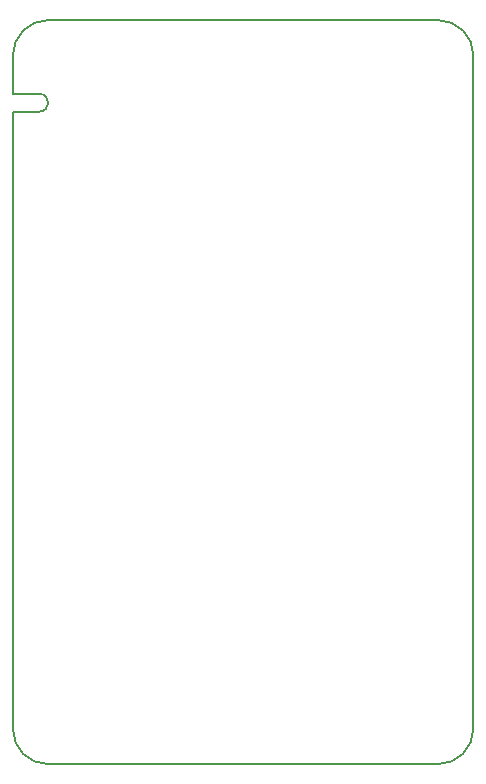
<source format=gbr>
%TF.GenerationSoftware,KiCad,Pcbnew,7.0.7-7.0.7~ubuntu22.04.1*%
%TF.CreationDate,2023-12-23T21:18:33-08:00*%
%TF.ProjectId,Wardriver-PCB,57617264-7269-4766-9572-2d5043422e6b,rev?*%
%TF.SameCoordinates,Original*%
%TF.FileFunction,Profile,NP*%
%FSLAX46Y46*%
G04 Gerber Fmt 4.6, Leading zero omitted, Abs format (unit mm)*
G04 Created by KiCad (PCBNEW 7.0.7-7.0.7~ubuntu22.04.1) date 2023-12-23 21:18:33*
%MOMM*%
%LPD*%
G01*
G04 APERTURE LIST*
%TA.AperFunction,Profile*%
%ADD10C,0.200000*%
%TD*%
G04 APERTURE END LIST*
D10*
X16500000Y-31500000D02*
G75*
G03*
X19500000Y-28500000I0J3000000D01*
G01*
X-19500000Y23750000D02*
X-17250000Y23750000D01*
X19500000Y28500000D02*
G75*
G03*
X16500000Y31500000I-3000000J0D01*
G01*
X-17250000Y25250000D02*
X-19500000Y25250000D01*
X-19500000Y-28500000D02*
G75*
G03*
X-16500000Y-31500000I3000001J1D01*
G01*
X-16500000Y31500000D02*
X16500000Y31500000D01*
X-16500000Y31500000D02*
G75*
G03*
X-19500000Y28500000I1J-3000001D01*
G01*
X16500000Y-31500000D02*
X-16500000Y-31500000D01*
X-17250000Y23750000D02*
G75*
G03*
X-17250000Y25250000I0J750000D01*
G01*
X-19500000Y-28500000D02*
X-19500000Y23750000D01*
X19500000Y28500000D02*
X19500000Y-28500000D01*
X-19500000Y25250000D02*
X-19500000Y28500000D01*
M02*

</source>
